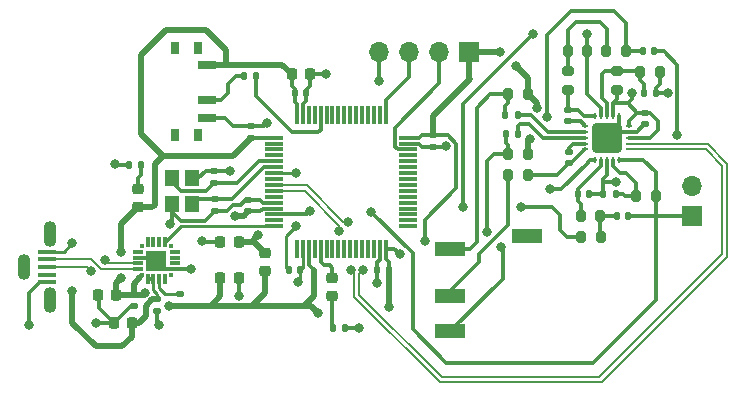
<source format=gbr>
%TF.GenerationSoftware,KiCad,Pcbnew,(6.0.9)*%
%TF.CreationDate,2023-07-19T12:20:02-07:00*%
%TF.ProjectId,pcb,7063622e-6b69-4636-9164-5f7063625858,0.1*%
%TF.SameCoordinates,Original*%
%TF.FileFunction,Copper,L1,Top*%
%TF.FilePolarity,Positive*%
%FSLAX46Y46*%
G04 Gerber Fmt 4.6, Leading zero omitted, Abs format (unit mm)*
G04 Created by KiCad (PCBNEW (6.0.9)) date 2023-07-19 12:20:02*
%MOMM*%
%LPD*%
G01*
G04 APERTURE LIST*
G04 Aperture macros list*
%AMRoundRect*
0 Rectangle with rounded corners*
0 $1 Rounding radius*
0 $2 $3 $4 $5 $6 $7 $8 $9 X,Y pos of 4 corners*
0 Add a 4 corners polygon primitive as box body*
4,1,4,$2,$3,$4,$5,$6,$7,$8,$9,$2,$3,0*
0 Add four circle primitives for the rounded corners*
1,1,$1+$1,$2,$3*
1,1,$1+$1,$4,$5*
1,1,$1+$1,$6,$7*
1,1,$1+$1,$8,$9*
0 Add four rect primitives between the rounded corners*
20,1,$1+$1,$2,$3,$4,$5,0*
20,1,$1+$1,$4,$5,$6,$7,0*
20,1,$1+$1,$6,$7,$8,$9,0*
20,1,$1+$1,$8,$9,$2,$3,0*%
G04 Aperture macros list end*
%TA.AperFunction,SMDPad,CuDef*%
%ADD10RoundRect,0.140000X-0.170000X0.140000X-0.170000X-0.140000X0.170000X-0.140000X0.170000X0.140000X0*%
%TD*%
%TA.AperFunction,SMDPad,CuDef*%
%ADD11R,0.500000X0.250000*%
%TD*%
%TA.AperFunction,SMDPad,CuDef*%
%ADD12R,0.250000X0.500000*%
%TD*%
%TA.AperFunction,SMDPad,CuDef*%
%ADD13RoundRect,0.325000X-0.925000X-0.925000X0.925000X-0.925000X0.925000X0.925000X-0.925000X0.925000X0*%
%TD*%
%TA.AperFunction,SMDPad,CuDef*%
%ADD14RoundRect,0.200000X-0.200000X-0.275000X0.200000X-0.275000X0.200000X0.275000X-0.200000X0.275000X0*%
%TD*%
%TA.AperFunction,SMDPad,CuDef*%
%ADD15RoundRect,0.218750X-0.256250X0.218750X-0.256250X-0.218750X0.256250X-0.218750X0.256250X0.218750X0*%
%TD*%
%TA.AperFunction,SMDPad,CuDef*%
%ADD16R,1.500000X0.450000*%
%TD*%
%TA.AperFunction,ComponentPad*%
%ADD17O,1.100000X2.200000*%
%TD*%
%TA.AperFunction,SMDPad,CuDef*%
%ADD18RoundRect,0.140000X-0.140000X-0.170000X0.140000X-0.170000X0.140000X0.170000X-0.140000X0.170000X0*%
%TD*%
%TA.AperFunction,SMDPad,CuDef*%
%ADD19RoundRect,0.200000X0.200000X0.275000X-0.200000X0.275000X-0.200000X-0.275000X0.200000X-0.275000X0*%
%TD*%
%TA.AperFunction,SMDPad,CuDef*%
%ADD20RoundRect,0.218750X0.256250X-0.218750X0.256250X0.218750X-0.256250X0.218750X-0.256250X-0.218750X0*%
%TD*%
%TA.AperFunction,SMDPad,CuDef*%
%ADD21RoundRect,0.225000X0.225000X0.250000X-0.225000X0.250000X-0.225000X-0.250000X0.225000X-0.250000X0*%
%TD*%
%TA.AperFunction,SMDPad,CuDef*%
%ADD22RoundRect,0.200000X0.275000X-0.200000X0.275000X0.200000X-0.275000X0.200000X-0.275000X-0.200000X0*%
%TD*%
%TA.AperFunction,SMDPad,CuDef*%
%ADD23RoundRect,0.140000X0.140000X0.170000X-0.140000X0.170000X-0.140000X-0.170000X0.140000X-0.170000X0*%
%TD*%
%TA.AperFunction,SMDPad,CuDef*%
%ADD24RoundRect,0.140000X0.170000X-0.140000X0.170000X0.140000X-0.170000X0.140000X-0.170000X-0.140000X0*%
%TD*%
%TA.AperFunction,SMDPad,CuDef*%
%ADD25R,1.500000X0.700000*%
%TD*%
%TA.AperFunction,SMDPad,CuDef*%
%ADD26R,0.800000X1.000000*%
%TD*%
%TA.AperFunction,SMDPad,CuDef*%
%ADD27RoundRect,0.225000X-0.225000X-0.250000X0.225000X-0.250000X0.225000X0.250000X-0.225000X0.250000X0*%
%TD*%
%TA.AperFunction,ComponentPad*%
%ADD28R,1.700000X1.700000*%
%TD*%
%TA.AperFunction,ComponentPad*%
%ADD29O,1.700000X1.700000*%
%TD*%
%TA.AperFunction,SMDPad,CuDef*%
%ADD30RoundRect,0.135000X-0.135000X-0.185000X0.135000X-0.185000X0.135000X0.185000X-0.135000X0.185000X0*%
%TD*%
%TA.AperFunction,SMDPad,CuDef*%
%ADD31RoundRect,0.135000X0.135000X0.185000X-0.135000X0.185000X-0.135000X-0.185000X0.135000X-0.185000X0*%
%TD*%
%TA.AperFunction,SMDPad,CuDef*%
%ADD32R,0.300000X0.300000*%
%TD*%
%TA.AperFunction,SMDPad,CuDef*%
%ADD33R,0.900000X0.300000*%
%TD*%
%TA.AperFunction,SMDPad,CuDef*%
%ADD34R,0.300000X0.900000*%
%TD*%
%TA.AperFunction,SMDPad,CuDef*%
%ADD35R,1.800000X1.800000*%
%TD*%
%TA.AperFunction,SMDPad,CuDef*%
%ADD36RoundRect,0.200000X-0.275000X0.200000X-0.275000X-0.200000X0.275000X-0.200000X0.275000X0.200000X0*%
%TD*%
%TA.AperFunction,SMDPad,CuDef*%
%ADD37R,2.500000X1.200000*%
%TD*%
%TA.AperFunction,SMDPad,CuDef*%
%ADD38RoundRect,0.135000X0.185000X-0.135000X0.185000X0.135000X-0.185000X0.135000X-0.185000X-0.135000X0*%
%TD*%
%TA.AperFunction,SMDPad,CuDef*%
%ADD39R,1.200000X1.400000*%
%TD*%
%TA.AperFunction,SMDPad,CuDef*%
%ADD40RoundRect,0.075000X-0.700000X-0.075000X0.700000X-0.075000X0.700000X0.075000X-0.700000X0.075000X0*%
%TD*%
%TA.AperFunction,SMDPad,CuDef*%
%ADD41RoundRect,0.075000X-0.075000X-0.700000X0.075000X-0.700000X0.075000X0.700000X-0.075000X0.700000X0*%
%TD*%
%TA.AperFunction,ViaPad*%
%ADD42C,0.800000*%
%TD*%
%TA.AperFunction,Conductor*%
%ADD43C,0.300000*%
%TD*%
%TA.AperFunction,Conductor*%
%ADD44C,0.250000*%
%TD*%
%TA.AperFunction,Conductor*%
%ADD45C,0.500000*%
%TD*%
%TA.AperFunction,Conductor*%
%ADD46C,0.200000*%
%TD*%
G04 APERTURE END LIST*
D10*
%TO.P,C10,1*%
%TO.N,+3.3V*%
X98820000Y-29440000D03*
%TO.P,C10,2*%
%TO.N,GND*%
X98820000Y-30400000D03*
%TD*%
D11*
%TO.P,U1,1,HPDRIVE*%
%TO.N,/HPDRIVE*%
X93770000Y-30570000D03*
%TO.P,U1,2,+IN*%
%TO.N,/IN+*%
X93770000Y-31070000D03*
%TO.P,U1,3,-IN*%
%TO.N,/IN-*%
X93770000Y-31570000D03*
%TO.P,U1,4,RLDFB*%
%TO.N,/RLDFB*%
X93770000Y-32070000D03*
%TO.P,U1,5,RLD*%
%TO.N,/RLD*%
X93770000Y-32570000D03*
D12*
%TO.P,U1,6,SW*%
%TO.N,/SW*%
X94620000Y-33420000D03*
%TO.P,U1,7,OPAMP+*%
%TO.N,/OPAMP+*%
X95120000Y-33420000D03*
%TO.P,U1,8,REFOUT*%
%TO.N,/REFOUT*%
X95620000Y-33420000D03*
%TO.P,U1,9,OPAMP-*%
%TO.N,/OPAMP-*%
X96120000Y-33420000D03*
%TO.P,U1,10,OUT*%
%TO.N,/ADC1_IN1*%
X96620000Y-33420000D03*
D11*
%TO.P,U1,11,LO-*%
%TO.N,/AD8232_LOD_P*%
X97470000Y-32570000D03*
%TO.P,U1,12,LO+*%
%TO.N,/AD8232_LOD_N*%
X97470000Y-32070000D03*
%TO.P,U1,13,~{SDN}*%
%TO.N,+3.3V*%
X97470000Y-31570000D03*
%TO.P,U1,14,AC/~{DC}*%
%TO.N,GND*%
X97470000Y-31070000D03*
%TO.P,U1,15,FR*%
%TO.N,+3.3V*%
X97470000Y-30570000D03*
D12*
%TO.P,U1,16,GND*%
%TO.N,GND*%
X96620000Y-29720000D03*
%TO.P,U1,17,+VS*%
%TO.N,+3.3V*%
X96120000Y-29720000D03*
%TO.P,U1,18,REFIN*%
%TO.N,/REFIN*%
X95620000Y-29720000D03*
%TO.P,U1,19,IAOUT*%
%TO.N,/IAOUT*%
X95120000Y-29720000D03*
%TO.P,U1,20,HPSENSE*%
%TO.N,/HPSENSE*%
X94620000Y-29720000D03*
D13*
%TO.P,U1,PAD,GND_PAD*%
%TO.N,GND*%
X95620000Y-31570000D03*
%TD*%
D14*
%TO.P,R15,1*%
%TO.N,Net-(R13-Pad1)*%
X95570000Y-24270000D03*
%TO.P,R15,2*%
%TO.N,/SW*%
X97220000Y-24270000D03*
%TD*%
D15*
%TO.P,FB1,1*%
%TO.N,+3.3VA*%
X66670000Y-41320000D03*
%TO.P,FB1,2*%
%TO.N,+3.3V*%
X66670000Y-42895000D03*
%TD*%
D16*
%TO.P,J4,1,VBUS*%
%TO.N,+5V*%
X48180000Y-41210000D03*
%TO.P,J4,2,D-*%
%TO.N,/USB_D-*%
X48180000Y-41860000D03*
%TO.P,J4,3,D+*%
%TO.N,/USB_D+*%
X48180000Y-42510000D03*
%TO.P,J4,4,ID*%
%TO.N,unconnected-(J4-Pad4)*%
X48180000Y-43160000D03*
%TO.P,J4,5,GND*%
%TO.N,GND*%
X48180000Y-43810000D03*
D17*
%TO.P,J4,S1,SHIELD*%
%TO.N,unconnected-(J4-PadS1)*%
X48430000Y-39710000D03*
%TO.P,J4,S2,SHIELD*%
X48430000Y-45310000D03*
%TO.P,J4,S3,SHIELD*%
X46280000Y-42510000D03*
%TD*%
D14*
%TO.P,R11,1*%
%TO.N,/REFIN*%
X98415000Y-26020000D03*
%TO.P,R11,2*%
%TO.N,GND*%
X100065000Y-26020000D03*
%TD*%
D18*
%TO.P,C1,1*%
%TO.N,Net-(C1-Pad1)*%
X96440000Y-38220000D03*
%TO.P,C1,2*%
%TO.N,/ADC1_IN1*%
X97400000Y-38220000D03*
%TD*%
D19*
%TO.P,R3,1*%
%TO.N,+3.3V*%
X88920000Y-32970000D03*
%TO.P,R3,2*%
%TO.N,/RA*%
X87270000Y-32970000D03*
%TD*%
D10*
%TO.P,C5,1*%
%TO.N,/RCC_OSC_OUT*%
X62460000Y-36780000D03*
%TO.P,C5,2*%
%TO.N,GND*%
X62460000Y-37740000D03*
%TD*%
D20*
%TO.P,D1,1,K*%
%TO.N,/HR_LED_K*%
X72370000Y-45007500D03*
%TO.P,D1,2,A*%
%TO.N,/LED*%
X72370000Y-43432500D03*
%TD*%
D21*
%TO.P,C19,1*%
%TO.N,+3.3V*%
X54075000Y-44860000D03*
%TO.P,C19,2*%
%TO.N,GND*%
X52525000Y-44860000D03*
%TD*%
D22*
%TO.P,R14,1*%
%TO.N,/HPSENSE*%
X92320000Y-27570000D03*
%TO.P,R14,2*%
%TO.N,Net-(R13-Pad1)*%
X92320000Y-25920000D03*
%TD*%
D23*
%TO.P,C14,1*%
%TO.N,+3.3V*%
X77130000Y-42770000D03*
%TO.P,C14,2*%
%TO.N,GND*%
X76170000Y-42770000D03*
%TD*%
D24*
%TO.P,C16,1*%
%TO.N,+3.3VA*%
X65220000Y-37820000D03*
%TO.P,C16,2*%
%TO.N,GND*%
X65220000Y-36860000D03*
%TD*%
D23*
%TO.P,C12,1*%
%TO.N,GND*%
X99750000Y-27770000D03*
%TO.P,C12,2*%
%TO.N,/REFIN*%
X98790000Y-27770000D03*
%TD*%
D25*
%TO.P,SW1,1*%
%TO.N,+3.3V*%
X61770000Y-25420000D03*
%TO.P,SW1,2*%
%TO.N,/SW_BOOT0*%
X61770000Y-28420000D03*
%TO.P,SW1,3*%
%TO.N,GND*%
X61770000Y-29920000D03*
D26*
%TO.P,SW1,S1,SHIELD*%
%TO.N,unconnected-(SW1-PadS1)*%
X60985000Y-24020000D03*
%TO.P,SW1,S2,SHIELD*%
X59055000Y-24020000D03*
%TO.P,SW1,S3,SHIELD*%
X59055000Y-31320000D03*
%TO.P,SW1,S4,SHIELD*%
X60985000Y-31320000D03*
%TD*%
D24*
%TO.P,C6,1*%
%TO.N,/HPDRIVE*%
X92320000Y-30200000D03*
%TO.P,C6,2*%
%TO.N,/HPSENSE*%
X92320000Y-29240000D03*
%TD*%
D19*
%TO.P,R1,1*%
%TO.N,+3.3V*%
X88895000Y-27870000D03*
%TO.P,R1,2*%
%TO.N,/LA*%
X87245000Y-27870000D03*
%TD*%
D27*
%TO.P,C7,1*%
%TO.N,+3.3V*%
X68920000Y-26220000D03*
%TO.P,C7,2*%
%TO.N,GND*%
X70470000Y-26220000D03*
%TD*%
D14*
%TO.P,R13,1*%
%TO.N,Net-(R13-Pad1)*%
X92295000Y-24270000D03*
%TO.P,R13,2*%
%TO.N,/IAOUT*%
X93945000Y-24270000D03*
%TD*%
D19*
%TO.P,R7,1*%
%TO.N,/RLD*%
X88895000Y-34720000D03*
%TO.P,R7,2*%
%TO.N,/RL*%
X87245000Y-34720000D03*
%TD*%
D18*
%TO.P,C3,1*%
%TO.N,/OPAMP+*%
X93170000Y-36370000D03*
%TO.P,C3,2*%
%TO.N,/REFOUT*%
X94130000Y-36370000D03*
%TD*%
D24*
%TO.P,C9,1*%
%TO.N,+3.3V*%
X65470000Y-31570000D03*
%TO.P,C9,2*%
%TO.N,GND*%
X65470000Y-30610000D03*
%TD*%
D28*
%TO.P,J2,1,Pin_1*%
%TO.N,/ADC1_IN1*%
X102830000Y-38220000D03*
D29*
%TO.P,J2,2,Pin_2*%
%TO.N,GND*%
X102830000Y-35680000D03*
%TD*%
D23*
%TO.P,C15,1*%
%TO.N,/REFOUT*%
X99600000Y-24270000D03*
%TO.P,C15,2*%
%TO.N,/SW*%
X98640000Y-24270000D03*
%TD*%
D24*
%TO.P,C2,1*%
%TO.N,/RCC_OSC_IN*%
X62370000Y-35370000D03*
%TO.P,C2,2*%
%TO.N,GND*%
X62370000Y-34410000D03*
%TD*%
D30*
%TO.P,R12,1*%
%TO.N,/SW_BOOT0*%
X64860000Y-26370000D03*
%TO.P,R12,2*%
%TO.N,/BOOT0*%
X65880000Y-26370000D03*
%TD*%
D21*
%TO.P,C17,1*%
%TO.N,+3.3VA*%
X64420000Y-40370000D03*
%TO.P,C17,2*%
%TO.N,GND*%
X62870000Y-40370000D03*
%TD*%
D31*
%TO.P,R6,1*%
%TO.N,/IN-*%
X88070000Y-31220000D03*
%TO.P,R6,2*%
%TO.N,/RA*%
X87050000Y-31220000D03*
%TD*%
D14*
%TO.P,R4,1*%
%TO.N,/OPAMP+*%
X93395000Y-38170000D03*
%TO.P,R4,2*%
%TO.N,Net-(C1-Pad1)*%
X95045000Y-38170000D03*
%TD*%
D31*
%TO.P,R5,1*%
%TO.N,/IN+*%
X88040000Y-29620000D03*
%TO.P,R5,2*%
%TO.N,/LA*%
X87020000Y-29620000D03*
%TD*%
D30*
%TO.P,R8,1*%
%TO.N,/REFOUT*%
X95320000Y-36370000D03*
%TO.P,R8,2*%
%TO.N,/OPAMP-*%
X96340000Y-36370000D03*
%TD*%
D32*
%TO.P,U3,1,RS485/GPIO.1*%
%TO.N,unconnected-(U3-Pad1)*%
X56220000Y-40720000D03*
D33*
%TO.P,U3,2,CLK/GPIO.0*%
%TO.N,unconnected-(U3-Pad2)*%
X55920000Y-41220000D03*
%TO.P,U3,3,GND*%
%TO.N,GND*%
X55920000Y-41720000D03*
%TO.P,U3,4,D+*%
%TO.N,/USB_D+*%
X55920000Y-42220000D03*
%TO.P,U3,5,D-*%
%TO.N,/USB_D-*%
X55920000Y-42720000D03*
D32*
%TO.P,U3,6,VDD*%
%TO.N,+3.3V*%
X56220000Y-43220000D03*
D34*
%TO.P,U3,7,VREGIN*%
%TO.N,+5V*%
X56720000Y-43520000D03*
%TO.P,U3,8,VBUS*%
X57220000Y-43520000D03*
%TO.P,U3,9,~{RST}*%
%TO.N,Net-(R18-Pad2)*%
X57720000Y-43520000D03*
%TO.P,U3,10,NC*%
%TO.N,unconnected-(U3-Pad10)*%
X58220000Y-43520000D03*
D32*
%TO.P,U3,11,~{SUSPEND}*%
%TO.N,unconnected-(U3-Pad11)*%
X58720000Y-43220000D03*
D33*
%TO.P,U3,12,GND*%
%TO.N,GND*%
X59020000Y-42720000D03*
%TO.P,U3,13,~{WAKEUP}*%
%TO.N,unconnected-(U3-Pad13)*%
X59020000Y-42220000D03*
%TO.P,U3,14,SUSPEND*%
%TO.N,unconnected-(U3-Pad14)*%
X59020000Y-41720000D03*
%TO.P,U3,15,~{CTS}*%
%TO.N,unconnected-(U3-Pad15)*%
X59020000Y-41220000D03*
D32*
%TO.P,U3,16,~{RTS}*%
%TO.N,unconnected-(U3-Pad16)*%
X58720000Y-40720000D03*
D34*
%TO.P,U3,17,RXD*%
%TO.N,/USART2_TX*%
X58220000Y-40420000D03*
%TO.P,U3,18,TXD*%
%TO.N,unconnected-(U3-Pad18)*%
X57720000Y-40420000D03*
%TO.P,U3,19,~{RXT}/GPIO.3*%
%TO.N,unconnected-(U3-Pad19)*%
X57220000Y-40420000D03*
%TO.P,U3,20,~{TXT}/GPIO.2*%
%TO.N,unconnected-(U3-Pad20)*%
X56720000Y-40420000D03*
D35*
%TO.P,U3,21,GND*%
%TO.N,GND*%
X57470000Y-41970000D03*
%TD*%
D36*
%TO.P,R10,1*%
%TO.N,/REFIN*%
X96470000Y-25920000D03*
%TO.P,R10,2*%
%TO.N,+3.3V*%
X96470000Y-27570000D03*
%TD*%
D37*
%TO.P,J1,1*%
%TO.N,unconnected-(J1-Pad1)*%
X88820000Y-39870000D03*
%TO.P,J1,2*%
%TO.N,/LA*%
X82320000Y-40970000D03*
%TO.P,J1,3*%
%TO.N,/RL*%
X82320000Y-44970000D03*
%TO.P,J1,4*%
%TO.N,/RA*%
X82320000Y-47970000D03*
%TD*%
D15*
%TO.P,D2,1,K*%
%TO.N,/PWR_LED_K*%
X55870000Y-35895000D03*
%TO.P,D2,2,A*%
%TO.N,+3.3V*%
X55870000Y-37470000D03*
%TD*%
D14*
%TO.P,R9,1*%
%TO.N,/OPAMP-*%
X98085000Y-36500000D03*
%TO.P,R9,2*%
%TO.N,/ADC1_IN1*%
X99735000Y-36500000D03*
%TD*%
D18*
%TO.P,C8,1*%
%TO.N,/NRST*%
X68670000Y-42810000D03*
%TO.P,C8,2*%
%TO.N,GND*%
X69630000Y-42810000D03*
%TD*%
D30*
%TO.P,R16,1*%
%TO.N,/HR_LED_K*%
X72410000Y-47680000D03*
%TO.P,R16,2*%
%TO.N,GND*%
X73430000Y-47680000D03*
%TD*%
D10*
%TO.P,C20,1*%
%TO.N,+3.3V*%
X55550000Y-44850000D03*
%TO.P,C20,2*%
%TO.N,GND*%
X55550000Y-45810000D03*
%TD*%
D21*
%TO.P,C22,1*%
%TO.N,+5V*%
X55420000Y-47270000D03*
%TO.P,C22,2*%
%TO.N,GND*%
X53870000Y-47270000D03*
%TD*%
D38*
%TO.P,R18,1*%
%TO.N,+3.3V*%
X59470000Y-45800000D03*
%TO.P,R18,2*%
%TO.N,Net-(R18-Pad2)*%
X59470000Y-44780000D03*
%TD*%
D28*
%TO.P,J3,1,Pin_1*%
%TO.N,+3.3V*%
X83970000Y-24320000D03*
D29*
%TO.P,J3,2,Pin_2*%
%TO.N,/TMS*%
X81430000Y-24320000D03*
%TO.P,J3,3,Pin_3*%
%TO.N,/TCK*%
X78890000Y-24320000D03*
%TO.P,J3,4,Pin_4*%
%TO.N,GND*%
X76350000Y-24320000D03*
%TD*%
D39*
%TO.P,Y1,1,1*%
%TO.N,/RCC_OSC_IN*%
X58770000Y-35020000D03*
%TO.P,Y1,2,2*%
%TO.N,GND*%
X58770000Y-37220000D03*
%TO.P,Y1,3,3*%
%TO.N,/RCC_OSC_OUT*%
X60470000Y-37220000D03*
%TO.P,Y1,4,4*%
%TO.N,GND*%
X60470000Y-35020000D03*
%TD*%
D27*
%TO.P,C18,1*%
%TO.N,+3.3V*%
X62870000Y-43470000D03*
%TO.P,C18,2*%
%TO.N,GND*%
X64420000Y-43470000D03*
%TD*%
D18*
%TO.P,C13,1*%
%TO.N,+3.3V*%
X69160000Y-27770000D03*
%TO.P,C13,2*%
%TO.N,GND*%
X70120000Y-27770000D03*
%TD*%
D10*
%TO.P,C21,1*%
%TO.N,+5V*%
X57490000Y-45260000D03*
%TO.P,C21,2*%
%TO.N,GND*%
X57490000Y-46220000D03*
%TD*%
%TO.P,C11,1*%
%TO.N,+3.3V*%
X80870000Y-31360000D03*
%TO.P,C11,2*%
%TO.N,GND*%
X80870000Y-32320000D03*
%TD*%
D31*
%TO.P,R17,1*%
%TO.N,/PWR_LED_K*%
X56170000Y-33870000D03*
%TO.P,R17,2*%
%TO.N,GND*%
X55150000Y-33870000D03*
%TD*%
D40*
%TO.P,U2,1,VBAT*%
%TO.N,+3.3V*%
X67445000Y-31570000D03*
%TO.P,U2,2,PC13*%
%TO.N,unconnected-(U2-Pad2)*%
X67445000Y-32070000D03*
%TO.P,U2,3,PC14*%
%TO.N,unconnected-(U2-Pad3)*%
X67445000Y-32570000D03*
%TO.P,U2,4,PC15*%
%TO.N,unconnected-(U2-Pad4)*%
X67445000Y-33070000D03*
%TO.P,U2,5,PF0*%
%TO.N,/RCC_OSC_IN*%
X67445000Y-33570000D03*
%TO.P,U2,6,PF1*%
%TO.N,/RCC_OSC_OUT*%
X67445000Y-34070000D03*
%TO.P,U2,7,NRST*%
%TO.N,/NRST*%
X67445000Y-34570000D03*
%TO.P,U2,8,PC0*%
%TO.N,unconnected-(U2-Pad8)*%
X67445000Y-35070000D03*
%TO.P,U2,9,PC1*%
%TO.N,/AD8232_LOD_P*%
X67445000Y-35570000D03*
%TO.P,U2,10,PC2*%
%TO.N,/AD8232_LOD_N*%
X67445000Y-36070000D03*
%TO.P,U2,11,PC3*%
%TO.N,unconnected-(U2-Pad11)*%
X67445000Y-36570000D03*
%TO.P,U2,12,VSSA*%
%TO.N,GND*%
X67445000Y-37070000D03*
%TO.P,U2,13,VDDA*%
%TO.N,+3.3VA*%
X67445000Y-37570000D03*
%TO.P,U2,14,PA0*%
%TO.N,/ADC1_IN1*%
X67445000Y-38070000D03*
%TO.P,U2,15,PA1*%
%TO.N,unconnected-(U2-Pad15)*%
X67445000Y-38570000D03*
%TO.P,U2,16,PA2*%
%TO.N,/USART2_TX*%
X67445000Y-39070000D03*
D41*
%TO.P,U2,17,PA3*%
%TO.N,unconnected-(U2-Pad17)*%
X69370000Y-40995000D03*
%TO.P,U2,18,VSS*%
%TO.N,GND*%
X69870000Y-40995000D03*
%TO.P,U2,19,VDD*%
%TO.N,+3.3V*%
X70370000Y-40995000D03*
%TO.P,U2,20,PA4*%
%TO.N,unconnected-(U2-Pad20)*%
X70870000Y-40995000D03*
%TO.P,U2,21,PA5*%
%TO.N,/LED*%
X71370000Y-40995000D03*
%TO.P,U2,22,PA6*%
%TO.N,unconnected-(U2-Pad22)*%
X71870000Y-40995000D03*
%TO.P,U2,23,PA7*%
%TO.N,unconnected-(U2-Pad23)*%
X72370000Y-40995000D03*
%TO.P,U2,24,PC4*%
%TO.N,unconnected-(U2-Pad24)*%
X72870000Y-40995000D03*
%TO.P,U2,25,PC5*%
%TO.N,unconnected-(U2-Pad25)*%
X73370000Y-40995000D03*
%TO.P,U2,26,PB0*%
%TO.N,unconnected-(U2-Pad26)*%
X73870000Y-40995000D03*
%TO.P,U2,27,PB1*%
%TO.N,unconnected-(U2-Pad27)*%
X74370000Y-40995000D03*
%TO.P,U2,28,PB2*%
%TO.N,unconnected-(U2-Pad28)*%
X74870000Y-40995000D03*
%TO.P,U2,29,PB10*%
%TO.N,unconnected-(U2-Pad29)*%
X75370000Y-40995000D03*
%TO.P,U2,30,PB11*%
%TO.N,unconnected-(U2-Pad30)*%
X75870000Y-40995000D03*
%TO.P,U2,31,VSS*%
%TO.N,GND*%
X76370000Y-40995000D03*
%TO.P,U2,32,VDD*%
%TO.N,+3.3V*%
X76870000Y-40995000D03*
D40*
%TO.P,U2,33,PB12*%
%TO.N,unconnected-(U2-Pad33)*%
X78795000Y-39070000D03*
%TO.P,U2,34,PB13*%
%TO.N,unconnected-(U2-Pad34)*%
X78795000Y-38570000D03*
%TO.P,U2,35,PB14*%
%TO.N,unconnected-(U2-Pad35)*%
X78795000Y-38070000D03*
%TO.P,U2,36,PB15*%
%TO.N,unconnected-(U2-Pad36)*%
X78795000Y-37570000D03*
%TO.P,U2,37,PC6*%
%TO.N,unconnected-(U2-Pad37)*%
X78795000Y-37070000D03*
%TO.P,U2,38,PC7*%
%TO.N,unconnected-(U2-Pad38)*%
X78795000Y-36570000D03*
%TO.P,U2,39,PC8*%
%TO.N,unconnected-(U2-Pad39)*%
X78795000Y-36070000D03*
%TO.P,U2,40,PC9*%
%TO.N,unconnected-(U2-Pad40)*%
X78795000Y-35570000D03*
%TO.P,U2,41,PA8*%
%TO.N,unconnected-(U2-Pad41)*%
X78795000Y-35070000D03*
%TO.P,U2,42,PA9*%
%TO.N,unconnected-(U2-Pad42)*%
X78795000Y-34570000D03*
%TO.P,U2,43,PA10*%
%TO.N,unconnected-(U2-Pad43)*%
X78795000Y-34070000D03*
%TO.P,U2,44,PA11*%
%TO.N,unconnected-(U2-Pad44)*%
X78795000Y-33570000D03*
%TO.P,U2,45,PA12*%
%TO.N,unconnected-(U2-Pad45)*%
X78795000Y-33070000D03*
%TO.P,U2,46,PA13*%
%TO.N,/TMS*%
X78795000Y-32570000D03*
%TO.P,U2,47,VSS*%
%TO.N,GND*%
X78795000Y-32070000D03*
%TO.P,U2,48,VDD*%
%TO.N,+3.3V*%
X78795000Y-31570000D03*
D41*
%TO.P,U2,49,PA14*%
%TO.N,/TCK*%
X76870000Y-29645000D03*
%TO.P,U2,50,PA15*%
%TO.N,unconnected-(U2-Pad50)*%
X76370000Y-29645000D03*
%TO.P,U2,51,PC10*%
%TO.N,unconnected-(U2-Pad51)*%
X75870000Y-29645000D03*
%TO.P,U2,52,PC11*%
%TO.N,unconnected-(U2-Pad52)*%
X75370000Y-29645000D03*
%TO.P,U2,53,PC12*%
%TO.N,unconnected-(U2-Pad53)*%
X74870000Y-29645000D03*
%TO.P,U2,54,PD2*%
%TO.N,unconnected-(U2-Pad54)*%
X74370000Y-29645000D03*
%TO.P,U2,55,PB3*%
%TO.N,unconnected-(U2-Pad55)*%
X73870000Y-29645000D03*
%TO.P,U2,56,PB4*%
%TO.N,unconnected-(U2-Pad56)*%
X73370000Y-29645000D03*
%TO.P,U2,57,PB5*%
%TO.N,unconnected-(U2-Pad57)*%
X72870000Y-29645000D03*
%TO.P,U2,58,PB6*%
%TO.N,unconnected-(U2-Pad58)*%
X72370000Y-29645000D03*
%TO.P,U2,59,PB7*%
%TO.N,unconnected-(U2-Pad59)*%
X71870000Y-29645000D03*
%TO.P,U2,60,BOOT0*%
%TO.N,/BOOT0*%
X71370000Y-29645000D03*
%TO.P,U2,61,PB8*%
%TO.N,unconnected-(U2-Pad61)*%
X70870000Y-29645000D03*
%TO.P,U2,62,PB9*%
%TO.N,unconnected-(U2-Pad62)*%
X70370000Y-29645000D03*
%TO.P,U2,63,VSS*%
%TO.N,GND*%
X69870000Y-29645000D03*
%TO.P,U2,64,VDD*%
%TO.N,+3.3V*%
X69370000Y-29645000D03*
%TD*%
D10*
%TO.P,C4,1*%
%TO.N,/RLDFB*%
X92370000Y-32790000D03*
%TO.P,C4,2*%
%TO.N,/RLD*%
X92370000Y-33750000D03*
%TD*%
D19*
%TO.P,R2,1*%
%TO.N,Net-(C1-Pad1)*%
X95070000Y-40020000D03*
%TO.P,R2,2*%
%TO.N,/IAOUT*%
X93420000Y-40020000D03*
%TD*%
D42*
%TO.N,/ADC1_IN1*%
X70450000Y-37820000D03*
X75630000Y-37830000D03*
%TO.N,GND*%
X52380000Y-47270000D03*
X60360000Y-42720000D03*
X76170000Y-43860000D03*
X63660000Y-34410000D03*
X57710000Y-47460000D03*
X64420000Y-44990000D03*
X82010000Y-32310000D03*
X57470000Y-41970000D03*
X58660000Y-38920000D03*
X95620000Y-31570000D03*
X46700000Y-47440000D03*
X61360000Y-40350000D03*
X66830000Y-30360000D03*
X69440000Y-43790000D03*
X71810000Y-26220000D03*
X76350000Y-26740000D03*
X54000000Y-33820000D03*
X100790500Y-27760000D03*
X74600000Y-47680000D03*
%TO.N,/REFOUT*%
X101540000Y-31350000D03*
X96340000Y-35290000D03*
%TO.N,+3.3V*%
X77130000Y-45900000D03*
X54460000Y-41280000D03*
X97770000Y-27770000D03*
X86520000Y-24280000D03*
X58500000Y-45800000D03*
X87880000Y-25500000D03*
X80180000Y-40350000D03*
X71150000Y-46410000D03*
X89080000Y-31650000D03*
X89684691Y-29048313D03*
X56471608Y-44717017D03*
X78080000Y-41450000D03*
X54460000Y-43480000D03*
%TO.N,/NRST*%
X69260000Y-34570000D03*
X69260000Y-39080000D03*
%TO.N,/SW*%
X90520000Y-29840000D03*
X90760000Y-35950000D03*
%TO.N,+3.3VA*%
X64110000Y-38160000D03*
X66070000Y-39794500D03*
%TO.N,+5V*%
X50330000Y-44570000D03*
X50330000Y-40510000D03*
%TO.N,/RA*%
X86630000Y-40820000D03*
X85440000Y-39580000D03*
%TO.N,/USB_D+*%
X51930378Y-42839622D03*
X53120000Y-41920000D03*
%TO.N,/IAOUT*%
X88370000Y-37460000D03*
X89380000Y-22790000D03*
X93940000Y-22790000D03*
X83460000Y-37460000D03*
%TO.N,/AD8232_LOD_N*%
X72968768Y-39431232D03*
X73905000Y-42785082D03*
%TO.N,/AD8232_LOD_P*%
X74955000Y-42785082D03*
X73711232Y-38688768D03*
%TD*%
D43*
%TO.N,Net-(C1-Pad1)*%
X96440000Y-38220000D02*
X95095000Y-38220000D01*
X95045000Y-39995000D02*
X95070000Y-40020000D01*
X95045000Y-38170000D02*
X95045000Y-39995000D01*
X95095000Y-38220000D02*
X95045000Y-38170000D01*
%TO.N,/ADC1_IN1*%
X99740000Y-34480000D02*
X99740000Y-36495000D01*
X98680000Y-33420000D02*
X99740000Y-34480000D01*
X99735000Y-45325000D02*
X94450000Y-50610000D01*
X99710000Y-38220000D02*
X102830000Y-38220000D01*
X82010000Y-50610000D02*
X79160000Y-47760000D01*
X67445000Y-38070000D02*
X70200000Y-38070000D01*
X99735000Y-38195000D02*
X99735000Y-45325000D01*
X99735000Y-36500000D02*
X99735000Y-38195000D01*
X96620000Y-33420000D02*
X98680000Y-33420000D01*
X97400000Y-38220000D02*
X98770000Y-38220000D01*
X79160000Y-47500000D02*
X79150000Y-47490000D01*
X79150000Y-47490000D02*
X79150000Y-41350000D01*
X99735000Y-38195000D02*
X99710000Y-38220000D01*
X94450000Y-50610000D02*
X82010000Y-50610000D01*
X70200000Y-38070000D02*
X70450000Y-37820000D01*
X99740000Y-36495000D02*
X99735000Y-36500000D01*
X79150000Y-41350000D02*
X75630000Y-37830000D01*
X98770000Y-38220000D02*
X99710000Y-38220000D01*
X79160000Y-47760000D02*
X79160000Y-47500000D01*
%TO.N,/RCC_OSC_IN*%
X64320000Y-35370000D02*
X62370000Y-35370000D01*
X62370000Y-35370000D02*
X61670000Y-36070000D01*
X59520000Y-36070000D02*
X58770000Y-35320000D01*
X67445000Y-33570000D02*
X66120000Y-33570000D01*
X58770000Y-35320000D02*
X58770000Y-35020000D01*
X61670000Y-36070000D02*
X59520000Y-36070000D01*
X66120000Y-33570000D02*
X64320000Y-35370000D01*
%TO.N,GND*%
X78795000Y-32070000D02*
X79720000Y-32070000D01*
X66580000Y-30610000D02*
X66830000Y-30360000D01*
X70470000Y-27220000D02*
X70470000Y-26220000D01*
X63260000Y-29920000D02*
X63960000Y-30620000D01*
X57490000Y-46220000D02*
X57490000Y-47240000D01*
X66520000Y-37070000D02*
X66270000Y-36820000D01*
X47580000Y-43810000D02*
X46710000Y-44680000D01*
X96120000Y-31070000D02*
X95620000Y-31570000D01*
X62460000Y-37740000D02*
X63450000Y-37740000D01*
X55740000Y-45760000D02*
X55720000Y-45780000D01*
D44*
X69870000Y-40995000D02*
X69870000Y-42570000D01*
D43*
X82000000Y-32320000D02*
X82010000Y-32310000D01*
X64590000Y-37280000D02*
X65010000Y-36860000D01*
X61605000Y-38595000D02*
X59535000Y-38595000D01*
X63960000Y-30620000D02*
X65460000Y-30620000D01*
X96620000Y-29720000D02*
X96620000Y-30570000D01*
X58770000Y-37830000D02*
X58770000Y-37220000D01*
X62460000Y-37740000D02*
X61605000Y-38595000D01*
X57220000Y-41720000D02*
X56300000Y-41720000D01*
X97470000Y-31070000D02*
X96120000Y-31070000D01*
X59535000Y-38595000D02*
X58770000Y-37830000D01*
X63910000Y-37280000D02*
X64590000Y-37280000D01*
X76370000Y-41920000D02*
X76170000Y-42120000D01*
X100780500Y-27770000D02*
X100790500Y-27760000D01*
X70120000Y-28470000D02*
X70120000Y-27770000D01*
X65460000Y-30620000D02*
X65470000Y-30610000D01*
X76370000Y-40995000D02*
X76370000Y-41920000D01*
X76170000Y-42120000D02*
X76170000Y-42770000D01*
X61640000Y-34410000D02*
X62370000Y-34410000D01*
X70470000Y-26220000D02*
X71810000Y-26220000D01*
X53870000Y-47270000D02*
X52600000Y-46000000D01*
X61030000Y-35020000D02*
X61640000Y-34410000D01*
X54050000Y-33870000D02*
X54000000Y-33820000D01*
D44*
X69870000Y-42570000D02*
X69630000Y-42810000D01*
D43*
X67445000Y-37070000D02*
X66520000Y-37070000D01*
X98820000Y-30400000D02*
X98790000Y-30400000D01*
X99760000Y-27780000D02*
X99750000Y-27770000D01*
X80870000Y-32320000D02*
X82000000Y-32320000D01*
X60470000Y-35020000D02*
X61030000Y-35020000D01*
X55330000Y-45810000D02*
X53870000Y-47270000D01*
X55150000Y-33870000D02*
X54050000Y-33870000D01*
X79720000Y-32070000D02*
X79970000Y-32320000D01*
X76170000Y-42770000D02*
X76170000Y-43860000D01*
X76350000Y-24320000D02*
X76350000Y-26740000D01*
X100065000Y-27035000D02*
X100065000Y-26020000D01*
X58770000Y-38810000D02*
X58660000Y-38920000D01*
X73430000Y-47680000D02*
X74600000Y-47680000D01*
X57490000Y-47240000D02*
X57710000Y-47460000D01*
X52600000Y-46000000D02*
X52600000Y-44935000D01*
X53870000Y-47270000D02*
X52380000Y-47270000D01*
X58770000Y-37220000D02*
X58770000Y-38810000D01*
X55550000Y-45810000D02*
X55330000Y-45810000D01*
X46710000Y-44680000D02*
X46700000Y-44690000D01*
X98120000Y-31070000D02*
X97470000Y-31070000D01*
X69870000Y-28720000D02*
X70120000Y-28470000D01*
X70120000Y-27570000D02*
X70470000Y-27220000D01*
X59020000Y-42720000D02*
X60360000Y-42720000D01*
X62870000Y-40370000D02*
X61380000Y-40370000D01*
X69870000Y-29645000D02*
X69870000Y-28720000D01*
X48180000Y-43810000D02*
X47580000Y-43810000D01*
X70120000Y-27770000D02*
X70120000Y-27570000D01*
X61770000Y-29920000D02*
X63260000Y-29920000D01*
X57470000Y-41970000D02*
X57220000Y-41720000D01*
X99750000Y-27770000D02*
X100780500Y-27770000D01*
X58220000Y-42720000D02*
X57470000Y-41970000D01*
X61380000Y-40370000D02*
X61360000Y-40350000D01*
X66270000Y-36820000D02*
X65260000Y-36820000D01*
X63450000Y-37740000D02*
X63910000Y-37280000D01*
D44*
X69630000Y-42810000D02*
X69630000Y-43600000D01*
D43*
X62370000Y-34410000D02*
X63660000Y-34410000D01*
X96620000Y-30570000D02*
X95620000Y-31570000D01*
X79970000Y-32320000D02*
X80870000Y-32320000D01*
X65470000Y-30610000D02*
X66580000Y-30610000D01*
D44*
X69630000Y-43600000D02*
X69440000Y-43790000D01*
D43*
X65260000Y-36820000D02*
X65220000Y-36860000D01*
X64420000Y-43470000D02*
X64420000Y-44990000D01*
X99750000Y-27350000D02*
X100065000Y-27035000D01*
X59020000Y-42720000D02*
X58220000Y-42720000D01*
X52600000Y-44935000D02*
X52525000Y-44860000D01*
X46700000Y-44690000D02*
X46700000Y-47440000D01*
X98790000Y-30400000D02*
X98120000Y-31070000D01*
X65010000Y-36860000D02*
X65220000Y-36860000D01*
X99750000Y-27770000D02*
X99750000Y-27350000D01*
%TO.N,/OPAMP+*%
X93400000Y-37160000D02*
X93400000Y-38165000D01*
X93170000Y-36370000D02*
X93170000Y-35945000D01*
X95120000Y-33995000D02*
X95120000Y-33420000D01*
X93170000Y-37945000D02*
X93395000Y-38170000D01*
X93170000Y-36930000D02*
X93400000Y-37160000D01*
X93170000Y-36370000D02*
X93170000Y-36930000D01*
X93400000Y-38165000D02*
X93395000Y-38170000D01*
X93170000Y-35945000D02*
X95120000Y-33995000D01*
%TO.N,/REFOUT*%
X95620000Y-34770000D02*
X95620000Y-33420000D01*
X101540000Y-25400000D02*
X101540000Y-31350000D01*
X96340000Y-35290000D02*
X95360000Y-35290000D01*
X99600000Y-24270000D02*
X100410000Y-24270000D01*
X100410000Y-24270000D02*
X101540000Y-25400000D01*
X95320000Y-36370000D02*
X94130000Y-36370000D01*
X95360000Y-35290000D02*
X95320000Y-35330000D01*
X95320000Y-35070000D02*
X95620000Y-34770000D01*
X95320000Y-35330000D02*
X95320000Y-35070000D01*
X95320000Y-36370000D02*
X95320000Y-35330000D01*
%TO.N,/RLDFB*%
X92370000Y-32790000D02*
X92370000Y-32420000D01*
X92370000Y-32420000D02*
X92720000Y-32070000D01*
X92720000Y-32070000D02*
X93770000Y-32070000D01*
%TO.N,/RLD*%
X91400000Y-34720000D02*
X92370000Y-33750000D01*
X92590000Y-33750000D02*
X93770000Y-32570000D01*
X88895000Y-34720000D02*
X91400000Y-34720000D01*
X92370000Y-33750000D02*
X92590000Y-33750000D01*
%TO.N,/RCC_OSC_OUT*%
X60470000Y-37220000D02*
X60910000Y-36780000D01*
X60910000Y-36780000D02*
X62460000Y-36780000D01*
X62460000Y-36780000D02*
X63858959Y-36780000D01*
X63858959Y-36780000D02*
X66568959Y-34070000D01*
X66568959Y-34070000D02*
X67445000Y-34070000D01*
%TO.N,/HPDRIVE*%
X93400000Y-30200000D02*
X93770000Y-30570000D01*
X92320000Y-30200000D02*
X93400000Y-30200000D01*
%TO.N,/HPSENSE*%
X93190000Y-29240000D02*
X93670000Y-29720000D01*
X93670000Y-29720000D02*
X94620000Y-29720000D01*
X92320000Y-29240000D02*
X93190000Y-29240000D01*
X92320000Y-27570000D02*
X92320000Y-29240000D01*
D45*
%TO.N,+3.3V*%
X61670000Y-22490000D02*
X58290000Y-22490000D01*
X88920000Y-32970000D02*
X88920000Y-31810000D01*
D43*
X96470000Y-27570000D02*
X96470000Y-28320000D01*
X82120661Y-31360000D02*
X82870000Y-32109339D01*
D45*
X54460000Y-38880000D02*
X55870000Y-37470000D01*
D43*
X79930000Y-31360000D02*
X80870000Y-31360000D01*
D45*
X62090000Y-45840000D02*
X65550000Y-45840000D01*
X66670000Y-44720000D02*
X66670000Y-42895000D01*
X68120000Y-25420000D02*
X68920000Y-26220000D01*
D43*
X77170000Y-42730000D02*
X77130000Y-42770000D01*
X68920000Y-27170000D02*
X68920000Y-26220000D01*
D45*
X83970000Y-24320000D02*
X86480000Y-24320000D01*
D43*
X97380000Y-28670000D02*
X97770000Y-28280000D01*
X98150000Y-29440000D02*
X98820000Y-29440000D01*
X70370000Y-42360000D02*
X70800000Y-42790000D01*
D45*
X63950000Y-33090000D02*
X65470000Y-31570000D01*
X63360000Y-25420000D02*
X63360000Y-24180000D01*
X56338625Y-44850000D02*
X56471608Y-44717017D01*
D43*
X79720000Y-31570000D02*
X79930000Y-31360000D01*
X80870000Y-31360000D02*
X82120661Y-31360000D01*
D45*
X54075000Y-44860000D02*
X54075000Y-43865000D01*
X89684691Y-29048313D02*
X89684691Y-28659691D01*
D43*
X69160000Y-27770000D02*
X69160000Y-27410000D01*
X99230000Y-29440000D02*
X99930000Y-30140000D01*
D45*
X57080000Y-37470000D02*
X57310000Y-37240000D01*
X87880000Y-25500000D02*
X88900000Y-26520000D01*
D43*
X97380000Y-28670000D02*
X98150000Y-29440000D01*
D45*
X61770000Y-25420000D02*
X63360000Y-25420000D01*
X63360000Y-25420000D02*
X68120000Y-25420000D01*
X80870000Y-31360000D02*
X80870000Y-29740000D01*
X88920000Y-31810000D02*
X89080000Y-31650000D01*
D43*
X76870000Y-40995000D02*
X76870000Y-41820000D01*
D45*
X86480000Y-24320000D02*
X86520000Y-24280000D01*
D43*
X96120000Y-28670000D02*
X96120000Y-29720000D01*
D45*
X56190000Y-31260000D02*
X58020000Y-33090000D01*
X59470000Y-45800000D02*
X62050000Y-45800000D01*
D43*
X77170000Y-42120000D02*
X77170000Y-42730000D01*
X78795000Y-31570000D02*
X79720000Y-31570000D01*
D45*
X63360000Y-24180000D02*
X61670000Y-22490000D01*
D43*
X98820000Y-29440000D02*
X99230000Y-29440000D01*
D45*
X57310000Y-33800000D02*
X58020000Y-33090000D01*
X57310000Y-37240000D02*
X57310000Y-33800000D01*
X70580000Y-45840000D02*
X71150000Y-46410000D01*
X62050000Y-45800000D02*
X62090000Y-45840000D01*
D43*
X97470000Y-30570000D02*
X97470000Y-30120000D01*
D45*
X58500000Y-45800000D02*
X59470000Y-45800000D01*
D43*
X82870000Y-32109339D02*
X82870000Y-35860000D01*
X80180000Y-38550000D02*
X80180000Y-40350000D01*
D45*
X88900000Y-27865000D02*
X88895000Y-27870000D01*
X55870000Y-37470000D02*
X57080000Y-37470000D01*
D43*
X97470000Y-30120000D02*
X98150000Y-29440000D01*
D45*
X77130000Y-45900000D02*
X77130000Y-42770000D01*
D43*
X96120000Y-28670000D02*
X97380000Y-28670000D01*
D45*
X55550000Y-44850000D02*
X55550000Y-43960000D01*
D43*
X99930000Y-30920000D02*
X99280000Y-31570000D01*
X97470000Y-31570000D02*
X98240000Y-31570000D01*
D45*
X62870000Y-44980000D02*
X62870000Y-43470000D01*
D43*
X97770000Y-28280000D02*
X97770000Y-27770000D01*
D45*
X69930000Y-45840000D02*
X70580000Y-45840000D01*
X83970000Y-26600000D02*
X83970000Y-24320000D01*
X58020000Y-33090000D02*
X63950000Y-33090000D01*
D43*
X76870000Y-40995000D02*
X77625000Y-40995000D01*
D45*
X88900000Y-26520000D02*
X88900000Y-27865000D01*
D43*
X69160000Y-28510000D02*
X69160000Y-27770000D01*
D45*
X54075000Y-44860000D02*
X55540000Y-44860000D01*
D43*
X83990000Y-26620000D02*
X83970000Y-26600000D01*
X99930000Y-30140000D02*
X99930000Y-30920000D01*
D45*
X55540000Y-44860000D02*
X55550000Y-44850000D01*
D43*
X77625000Y-40995000D02*
X78080000Y-41450000D01*
D45*
X55550000Y-44850000D02*
X56338625Y-44850000D01*
D43*
X65470000Y-31570000D02*
X67445000Y-31570000D01*
X70370000Y-40995000D02*
X70370000Y-42360000D01*
D45*
X55550000Y-43960000D02*
X56120000Y-43390000D01*
X54075000Y-43865000D02*
X54460000Y-43480000D01*
X89684691Y-28659691D02*
X88895000Y-27870000D01*
X65550000Y-45840000D02*
X69930000Y-45840000D01*
X69930000Y-45840000D02*
X70800000Y-44970000D01*
D43*
X69370000Y-28720000D02*
X69160000Y-28510000D01*
X96470000Y-28320000D02*
X96120000Y-28670000D01*
X69370000Y-29645000D02*
X69370000Y-28720000D01*
D45*
X80870000Y-29740000D02*
X83990000Y-26620000D01*
D43*
X99280000Y-31570000D02*
X98240000Y-31570000D01*
D45*
X56190000Y-24590000D02*
X56190000Y-31260000D01*
D43*
X76870000Y-41820000D02*
X77170000Y-42120000D01*
X98240000Y-31570000D02*
X98230000Y-31560000D01*
X69160000Y-27410000D02*
X68920000Y-27170000D01*
D45*
X70800000Y-44970000D02*
X70800000Y-42790000D01*
X58290000Y-22490000D02*
X56190000Y-24590000D01*
X54460000Y-41280000D02*
X54460000Y-38880000D01*
X62050000Y-45800000D02*
X62870000Y-44980000D01*
D43*
X82870000Y-35860000D02*
X80180000Y-38550000D01*
D45*
X65550000Y-45840000D02*
X66670000Y-44720000D01*
D44*
%TO.N,/NRST*%
X68460000Y-42600000D02*
X68670000Y-42810000D01*
X68460000Y-39880000D02*
X69260000Y-39080000D01*
X68460000Y-39880000D02*
X68460000Y-42600000D01*
X67445000Y-34570000D02*
X69260000Y-34570000D01*
D43*
%TO.N,/REFIN*%
X95470000Y-25920000D02*
X96470000Y-25920000D01*
X98790000Y-27020000D02*
X98790000Y-27770000D01*
X98570000Y-25920000D02*
X98670000Y-26020000D01*
X98415000Y-26020000D02*
X98415000Y-26645000D01*
X95170000Y-26220000D02*
X95470000Y-25920000D01*
X95620000Y-28670000D02*
X95170000Y-28220000D01*
X95170000Y-28220000D02*
X95170000Y-26220000D01*
X98415000Y-26645000D02*
X98790000Y-27020000D01*
X98670000Y-27650000D02*
X98790000Y-27770000D01*
X95620000Y-29720000D02*
X95620000Y-28670000D01*
X96470000Y-25920000D02*
X98315000Y-25920000D01*
X98315000Y-25920000D02*
X98415000Y-26020000D01*
%TO.N,/SW*%
X94220000Y-33420000D02*
X94620000Y-33420000D01*
X97220000Y-24270000D02*
X98640000Y-24270000D01*
X93990000Y-33650000D02*
X94220000Y-33420000D01*
X90500000Y-29820000D02*
X90500000Y-22900000D01*
X90500000Y-22900000D02*
X92540000Y-20860000D01*
X91720000Y-35950000D02*
X93990000Y-33680000D01*
X97220000Y-21900000D02*
X97220000Y-24270000D01*
X90520000Y-29840000D02*
X90500000Y-29820000D01*
X92540000Y-20860000D02*
X96180000Y-20860000D01*
X90760000Y-35950000D02*
X91720000Y-35950000D01*
X93990000Y-33680000D02*
X93990000Y-33650000D01*
X96180000Y-20860000D02*
X97220000Y-21900000D01*
%TO.N,+3.3VA*%
X66270000Y-37820000D02*
X65220000Y-37820000D01*
D45*
X64420000Y-40370000D02*
X65720000Y-40370000D01*
D43*
X67445000Y-37570000D02*
X66520000Y-37570000D01*
X66520000Y-37570000D02*
X66270000Y-37820000D01*
D45*
X65720000Y-40370000D02*
X65720000Y-40144500D01*
X65720000Y-40370000D02*
X66670000Y-41320000D01*
X64110000Y-38160000D02*
X64880000Y-38160000D01*
X65720000Y-40144500D02*
X66070000Y-39794500D01*
X64880000Y-38160000D02*
X65220000Y-37820000D01*
%TO.N,+5V*%
X55420000Y-48420000D02*
X55420000Y-47270000D01*
X57130000Y-45260000D02*
X57490000Y-45260000D01*
X50320000Y-45681752D02*
X50320000Y-47240000D01*
X52330000Y-49250000D02*
X54590000Y-49250000D01*
D44*
X48180000Y-41210000D02*
X49630000Y-41210000D01*
X50330000Y-45671752D02*
X50320000Y-45681752D01*
D43*
X56720000Y-43520000D02*
X57220000Y-43520000D01*
D45*
X56600000Y-46670000D02*
X56600000Y-45790000D01*
D44*
X57220000Y-44500000D02*
X57220000Y-43520000D01*
D45*
X50320000Y-47240000D02*
X52330000Y-49250000D01*
X56600000Y-45790000D02*
X57130000Y-45260000D01*
X55420000Y-47270000D02*
X56000000Y-47270000D01*
X54590000Y-49250000D02*
X55420000Y-48420000D01*
D44*
X49630000Y-41210000D02*
X50330000Y-40510000D01*
X57490000Y-44770000D02*
X57220000Y-44500000D01*
D45*
X50330000Y-44570000D02*
X50330000Y-45671752D01*
D44*
X57490000Y-45260000D02*
X57490000Y-44770000D01*
D45*
X56000000Y-47270000D02*
X56600000Y-46670000D01*
D43*
%TO.N,/HR_LED_K*%
X72370000Y-47640000D02*
X72410000Y-47680000D01*
X72370000Y-45007500D02*
X72370000Y-47640000D01*
%TO.N,/LED*%
X71370000Y-40995000D02*
X71370000Y-42070000D01*
X72370000Y-42580000D02*
X72370000Y-43432500D01*
X71370000Y-42070000D02*
X71680000Y-42380000D01*
X71680000Y-42380000D02*
X72150000Y-42380000D01*
X72160000Y-42370000D02*
X72370000Y-42580000D01*
X72150000Y-42380000D02*
X72160000Y-42370000D01*
%TO.N,/PWR_LED_K*%
X55870000Y-35895000D02*
X55870000Y-35020000D01*
X55870000Y-35020000D02*
X56170000Y-34720000D01*
X56170000Y-34720000D02*
X56170000Y-33870000D01*
%TO.N,/RL*%
X82320000Y-44541549D02*
X84755775Y-42105774D01*
X82320000Y-44970000D02*
X82320000Y-44541549D01*
X87245000Y-38945000D02*
X87245000Y-34720000D01*
X84755775Y-42105774D02*
X84755775Y-41434225D01*
X84755775Y-41434225D02*
X87245000Y-38945000D01*
%TO.N,/LA*%
X85720000Y-27870000D02*
X87245000Y-27870000D01*
X84570000Y-29020000D02*
X85720000Y-27870000D01*
X84020000Y-40970000D02*
X84570000Y-40420000D01*
X87245000Y-27870000D02*
X87245000Y-28635000D01*
X84570000Y-40420000D02*
X84570000Y-29020000D01*
X87245000Y-28635000D02*
X87020000Y-28860000D01*
X87020000Y-28860000D02*
X87020000Y-29620000D01*
X82320000Y-40970000D02*
X84020000Y-40970000D01*
%TO.N,/RA*%
X86770000Y-43520000D02*
X86770000Y-40960000D01*
X87270000Y-32970000D02*
X87270000Y-32200000D01*
X82320000Y-47970000D02*
X86770000Y-43520000D01*
X87270000Y-32200000D02*
X87050000Y-31980000D01*
X85440000Y-33550000D02*
X86020000Y-32970000D01*
X86770000Y-40960000D02*
X86630000Y-40820000D01*
X87050000Y-31980000D02*
X87050000Y-31220000D01*
X85440000Y-39580000D02*
X85440000Y-33550000D01*
X86020000Y-32970000D02*
X87270000Y-32970000D01*
%TO.N,/TMS*%
X78795000Y-32570000D02*
X77918959Y-32570000D01*
X77918959Y-32570000D02*
X77670000Y-32321041D01*
X77670000Y-30720000D02*
X81430000Y-26960000D01*
X77670000Y-32321041D02*
X77670000Y-30720000D01*
X81430000Y-26960000D02*
X81430000Y-24320000D01*
%TO.N,/TCK*%
X76870000Y-28420000D02*
X78890000Y-26400000D01*
X76870000Y-29645000D02*
X76870000Y-28420000D01*
X78890000Y-26400000D02*
X78890000Y-24320000D01*
D46*
%TO.N,/USB_D-*%
X52820000Y-42720000D02*
X55920000Y-42720000D01*
X48180000Y-41860000D02*
X51940000Y-41860000D01*
X52810000Y-42730000D02*
X52820000Y-42720000D01*
X51940000Y-41860000D02*
X52810000Y-42730000D01*
%TO.N,/USB_D+*%
X53120000Y-41920000D02*
X53420000Y-42220000D01*
X48180000Y-42510000D02*
X51600756Y-42510000D01*
X51600756Y-42510000D02*
X51930378Y-42839622D01*
X53420000Y-42220000D02*
X55920000Y-42220000D01*
D43*
%TO.N,/IAOUT*%
X89380000Y-22810000D02*
X89380000Y-22790000D01*
X91660000Y-38120000D02*
X91000000Y-37460000D01*
X91630000Y-39380000D02*
X91630000Y-38150000D01*
X93945000Y-24270000D02*
X93945000Y-27895000D01*
X91630000Y-38150000D02*
X91660000Y-38120000D01*
X93420000Y-40020000D02*
X92270000Y-40020000D01*
X83460000Y-28730000D02*
X88610000Y-23580000D01*
X83460000Y-37460000D02*
X83460000Y-28730000D01*
X88610000Y-23580000D02*
X89380000Y-22810000D01*
X93940000Y-22790000D02*
X93940000Y-24265000D01*
X93940000Y-24265000D02*
X93945000Y-24270000D01*
X92270000Y-40020000D02*
X91630000Y-39380000D01*
X95120000Y-29070000D02*
X95120000Y-29720000D01*
X93945000Y-27895000D02*
X95120000Y-29070000D01*
X91000000Y-37460000D02*
X88370000Y-37460000D01*
%TO.N,/IN+*%
X90650000Y-31070000D02*
X89200000Y-29620000D01*
X89200000Y-29620000D02*
X88040000Y-29620000D01*
X93770000Y-31070000D02*
X90650000Y-31070000D01*
%TO.N,/IN-*%
X88250000Y-30420000D02*
X88070000Y-30600000D01*
X88080000Y-31210000D02*
X88070000Y-31220000D01*
X88070000Y-30600000D02*
X88070000Y-31220000D01*
X89030000Y-30420000D02*
X88250000Y-30420000D01*
X90180000Y-31570000D02*
X89030000Y-30420000D01*
X93770000Y-31570000D02*
X90180000Y-31570000D01*
%TO.N,/OPAMP-*%
X98085000Y-35435000D02*
X98085000Y-36500000D01*
X97110000Y-36500000D02*
X98085000Y-36500000D01*
X96120000Y-33995000D02*
X96120000Y-33420000D01*
X96685000Y-34560000D02*
X96120000Y-33995000D01*
X96340000Y-36370000D02*
X96980000Y-36370000D01*
X97210000Y-34560000D02*
X98085000Y-35435000D01*
X97210000Y-34560000D02*
X96685000Y-34560000D01*
X96980000Y-36370000D02*
X97110000Y-36500000D01*
%TO.N,/SW_BOOT0*%
X63570000Y-27020000D02*
X64220000Y-26370000D01*
X61770000Y-28420000D02*
X62970000Y-28420000D01*
X63570000Y-27820000D02*
X63570000Y-27020000D01*
X64220000Y-26370000D02*
X64860000Y-26370000D01*
X62970000Y-28420000D02*
X63570000Y-27820000D01*
%TO.N,/BOOT0*%
X65880000Y-28030000D02*
X65880000Y-26370000D01*
X71370000Y-29645000D02*
X71370000Y-30920000D01*
X71170000Y-31120000D02*
X68970000Y-31120000D01*
X68970000Y-31120000D02*
X65880000Y-28030000D01*
X71370000Y-30920000D02*
X71170000Y-31120000D01*
%TO.N,Net-(R13-Pad1)*%
X92295000Y-24270000D02*
X92295000Y-25895000D01*
X95580000Y-22340000D02*
X95580000Y-24260000D01*
X95590000Y-24250000D02*
X95570000Y-24270000D01*
X93020000Y-21760000D02*
X95000000Y-21760000D01*
X92295000Y-22485000D02*
X93020000Y-21760000D01*
X92295000Y-25895000D02*
X92320000Y-25920000D01*
X95580000Y-24260000D02*
X95570000Y-24270000D01*
X95000000Y-21760000D02*
X95580000Y-22340000D01*
X92295000Y-24270000D02*
X92295000Y-22485000D01*
D44*
%TO.N,Net-(R18-Pad2)*%
X57720000Y-44270000D02*
X58230000Y-44780000D01*
X57720000Y-43520000D02*
X57720000Y-44270000D01*
X58230000Y-44780000D02*
X59470000Y-44780000D01*
D46*
%TO.N,/AD8232_LOD_N*%
X74204999Y-43085081D02*
X73905000Y-42785082D01*
X105815000Y-41643200D02*
X95163200Y-52295000D01*
X72968768Y-39431232D02*
X72968768Y-39006967D01*
X81436800Y-52295000D02*
X74204999Y-45063199D01*
X97845001Y-32070000D02*
X97870001Y-32095000D01*
X104153200Y-32095000D02*
X105815000Y-33756800D01*
X105815000Y-33756800D02*
X105815000Y-41643200D01*
X70006801Y-36045001D02*
X67469999Y-36045001D01*
X67469999Y-36045001D02*
X67445000Y-36070000D01*
X97870001Y-32095000D02*
X104153200Y-32095000D01*
X95163200Y-52295000D02*
X81436800Y-52295000D01*
X72968768Y-39006967D02*
X70006801Y-36045001D01*
X74204999Y-45063199D02*
X74204999Y-43085081D01*
X97470000Y-32070000D02*
X97845001Y-32070000D01*
%TO.N,/AD8232_LOD_P*%
X103966800Y-32545000D02*
X105365000Y-33943200D01*
X97845001Y-32570000D02*
X97870001Y-32545000D01*
X105365000Y-41456800D02*
X94976800Y-51845000D01*
X73286967Y-38688768D02*
X70193199Y-35594999D01*
X97870001Y-32545000D02*
X103966800Y-32545000D01*
X74655001Y-44876801D02*
X74655001Y-43085081D01*
X94976800Y-51845000D02*
X81623200Y-51845000D01*
X70193199Y-35594999D02*
X67469999Y-35594999D01*
X81623200Y-51845000D02*
X74655001Y-44876801D01*
X67469999Y-35594999D02*
X67445000Y-35570000D01*
X74655001Y-43085081D02*
X74955000Y-42785082D01*
X97470000Y-32570000D02*
X97845001Y-32570000D01*
X73711232Y-38688768D02*
X73286967Y-38688768D01*
X67445000Y-35570000D02*
X67469999Y-35545001D01*
X105365000Y-33943200D02*
X105365000Y-41456800D01*
%TO.N,unconnected-(U2-Pad8)*%
X67445000Y-35070000D02*
X67469999Y-35094999D01*
D44*
%TO.N,/USART2_TX*%
X67445000Y-39070000D02*
X59570000Y-39070000D01*
X59570000Y-39070000D02*
X58220000Y-40420000D01*
%TD*%
M02*

</source>
